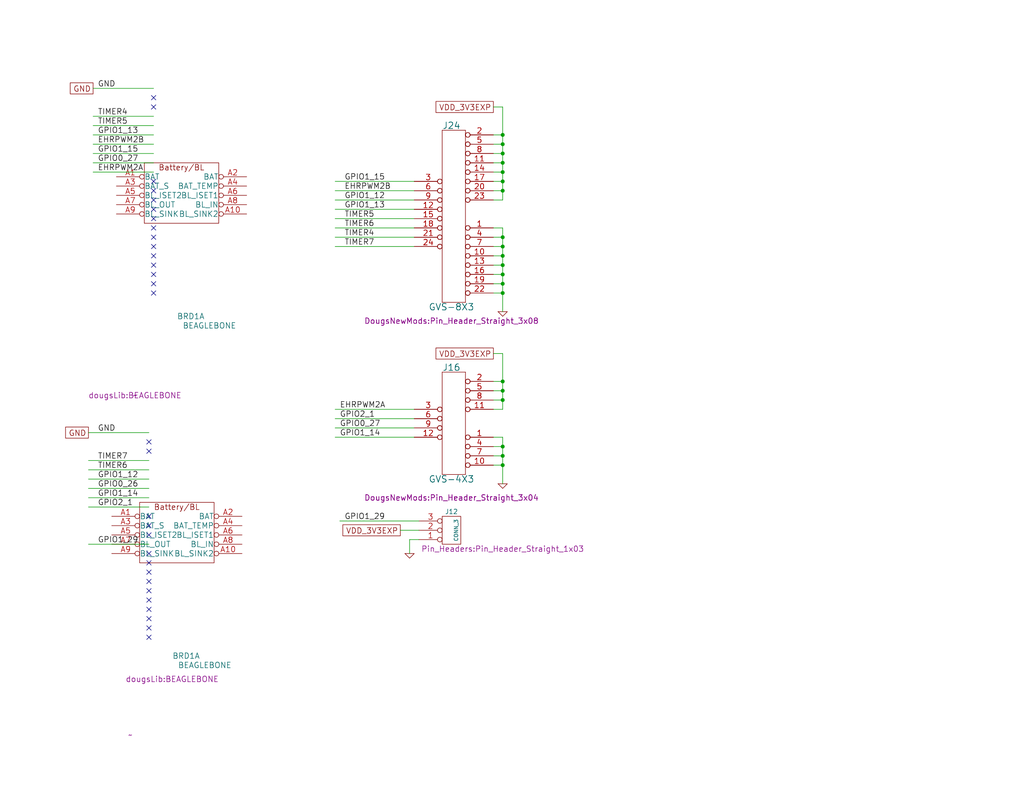
<source format=kicad_sch>
(kicad_sch (version 20211123) (generator eeschema)
  (paper "A")
  (title_block (title "BeagleBone Cape Baseline") (date "24 feb 2015") (rev "X4") (company "Doug Gilliland <doug@douglasgilliland.com>") (comment 1 "https://github.com/douggilliland/"))
  (lib_symbols
    (symbol "BBB-GVS-4-rescue:BEAGLEBONE" (pin_names (offset 0.0254))
      (property "Reference" "U" (at 2.54 -33.02 0))
      (property "Value" "BEAGLEBONE" (at 7.62 -35.56 0))
      (symbol "BEAGLEBONE_1_1"
        (rectangle (start -10.16 8.89) (end 10.16 -7.62))
        (text "Battery/BL" (at 0 7.62 0) (effects (font (size 1.524 1.524))))
        (pin passive inverted (at -17.78 5.08 0) (length 7.62) (name "BAT") (number "A1"))
        (pin passive inverted (at 17.78 -5.08 180) (length 7.62) (name "BL_SINK2") (number "A10"))
        (pin passive inverted (at 17.78 5.08 180) (length 7.62) (name "BAT") (number "A2"))
        (pin passive inverted (at -17.78 2.54 0) (length 7.62) (name "BAT_S") (number "A3"))
        (pin passive inverted (at 17.78 2.54 180) (length 7.62) (name "BAT_TEMP") (number "A4"))
        (pin passive inverted (at -17.78 0 0) (length 7.62) (name "BL_ISET2") (number "A5"))
        (pin passive inverted (at 17.78 0 180) (length 7.62) (name "BL_ISET1") (number "A6"))
        (pin passive inverted (at -17.78 -2.54 0) (length 7.62) (name "BL_OUT") (number "A7"))
        (pin passive inverted (at 17.78 -2.54 180) (length 7.62) (name "BL_IN") (number "A8"))
        (pin passive inverted (at -17.78 -5.08 0) (length 7.62) (name "BL_SINK") (number "A9"))
      )
      (symbol "BEAGLEBONE_2_1"
        (polyline (pts (xy 1.27 30.48) (xy 12.7 30.48)))
        (polyline (pts (xy 1.27 30.48) (xy 0 30.48) (xy 0 -31.75) (xy 12.7 -31.75)))
        (text "P8/A" (at 2.54 31.75 0) (effects (font (size 1.524 1.524))))
        (pin power_out line (at -7.62 29.21 0) (length 7.62) (name "DGND") (number "B1"))
        (pin bidirectional line (at -7.62 16.51 0) (length 7.62) (name "GPIO1_13") (number "B11"))
        (pin bidirectional line (at -7.62 13.97 0) (length 7.62) (name "EHRPWM2B") (number "B13"))
        (pin bidirectional line (at -7.62 11.43 0) (length 7.62) (name "GPIO1_15") (number "B15"))
        (pin bidirectional line (at -7.62 8.89 0) (length 7.62) (name "GPIO0_27") (number "B17"))
        (pin bidirectional line (at -7.62 6.35 0) (length 7.62) (name "EHRPWM2A") (number "B19"))
        (pin bidirectional line (at -7.62 3.81 0) (length 7.62) (name "GPIO1_30") (number "B21"))
        (pin bidirectional line (at -7.62 1.27 0) (length 7.62) (name "GPIO1_4") (number "B23"))
        (pin bidirectional line (at -7.62 -1.27 0) (length 7.62) (name "GPIO1_0") (number "B25"))
        (pin bidirectional line (at -7.62 -3.81 0) (length 7.62) (name "GPIO2_22") (number "B27"))
        (pin bidirectional line (at -7.62 -6.35 0) (length 7.62) (name "GPIO2_23") (number "B29"))
        (pin bidirectional line (at -7.62 26.67 0) (length 7.62) (name "GPIO1_6") (number "B3"))
        (pin bidirectional line (at -7.62 -8.89 0) (length 7.62) (name "UART5_CTSN") (number "B31"))
        (pin bidirectional line (at -7.62 -11.43 0) (length 7.62) (name "UART4_RTSN") (number "B33"))
        (pin bidirectional line (at -7.62 -13.97 0) (length 7.62) (name "UART4_CTSN") (number "B35"))
        (pin bidirectional line (at -7.62 -16.51 0) (length 7.62) (name "UART5_TXD") (number "B37"))
        (pin bidirectional line (at -7.62 -19.05 0) (length 7.62) (name "GPIO2_12") (number "B39"))
        (pin bidirectional line (at -7.62 -21.59 0) (length 7.62) (name "GPIO2_10") (number "B41"))
        (pin bidirectional line (at -7.62 -24.13 0) (length 7.62) (name "GPIO2_8") (number "B43"))
        (pin bidirectional line (at -7.62 -26.67 0) (length 7.62) (name "GPIO2_6") (number "B45"))
        (pin bidirectional line (at -7.62 24.13 0) (length 7.62) (name "GPIO1_2") (number "B5"))
        (pin bidirectional line (at -7.62 21.59 0) (length 7.62) (name "TIMER4") (number "B7"))
        (pin bidirectional line (at -7.62 19.05 0) (length 7.62) (name "TIMER5") (number "B9"))
      )
      (symbol "BEAGLEBONE_3_1"
        (polyline (pts (xy 15.24 -30.48) (xy 0 -30.48) (xy 0 30.48) (xy 15.24 30.48)))
        (text "P8/B" (at 3.81 31.75 0) (effects (font (size 1.524 1.524))))
        (pin bidirectional line (at -7.62 17.78 0) (length 7.62) (name "TIMER6") (number "B10"))
        (pin bidirectional line (at -7.62 15.24 0) (length 7.62) (name "GPIO1_12") (number "B12"))
        (pin bidirectional line (at -7.62 12.7 0) (length 7.62) (name "GPIO0_26") (number "B14"))
        (pin bidirectional line (at -7.62 10.16 0) (length 7.62) (name "GPIO1_14") (number "B16"))
        (pin bidirectional line (at -7.62 7.62 0) (length 7.62) (name "GPIO2_1") (number "B18"))
        (pin power_out line (at -7.62 27.94 0) (length 7.62) (name "DGND") (number "B2"))
        (pin bidirectional line (at -7.62 5.08 0) (length 7.62) (name "GPIO1_31") (number "B20"))
        (pin bidirectional line (at -7.62 2.54 0) (length 7.62) (name "GPIO1_5") (number "B22"))
        (pin bidirectional line (at -7.62 0 0) (length 7.62) (name "GPIO1_1") (number "B24"))
        (pin bidirectional line (at -7.62 -2.54 0) (length 7.62) (name "GPIO1_29") (number "B26"))
        (pin bidirectional line (at -7.62 -5.08 0) (length 7.62) (name "GPIO2_24") (number "B28"))
        (pin bidirectional line (at -7.62 -7.62 0) (length 7.62) (name "GPIO2_25") (number "B30"))
        (pin bidirectional line (at -7.62 -10.16 0) (length 7.62) (name "UART5_RTSN") (number "B32"))
        (pin bidirectional line (at -7.62 -12.7 0) (length 7.62) (name "UART3_RTSN") (number "B34"))
        (pin bidirectional line (at -7.62 -15.24 0) (length 7.62) (name "UART3_CTSN") (number "B36"))
        (pin bidirectional line (at -7.62 -17.78 0) (length 7.62) (name "UART5_RXD") (number "B38"))
        (pin power_out line (at -7.62 25.4 0) (length 7.62) (name "GPIO1_7") (number "B4"))
        (pin bidirectional line (at -7.62 -20.32 0) (length 7.62) (name "GPIO2_13") (number "B40"))
        (pin bidirectional line (at -7.62 -22.86 0) (length 7.62) (name "GPIO2_11") (number "B42"))
        (pin bidirectional line (at -7.62 -25.4 0) (length 7.62) (name "GPIO2_9") (number "B44"))
        (pin bidirectional line (at -7.62 -27.94 0) (length 7.62) (name "GPIO2_7") (number "B46"))
        (pin power_out line (at -7.62 22.86 0) (length 7.62) (name "GPIO1_3") (number "B6"))
        (pin bidirectional line (at -7.62 20.32 0) (length 7.62) (name "TIMER7") (number "B8"))
      )
      (symbol "BEAGLEBONE_4_0"
        (polyline (pts (xy 13.97 -30.48) (xy 0 -30.48) (xy 0 27.94) (xy 0 30.48) (xy 13.97 30.48)))
      )
      (symbol "BEAGLEBONE_4_1"
        (text "P9/A" (at 3.81 29.21 0) (effects (font (size 1.524 1.524))))
        (pin power_in line (at -7.62 27.94 0) (length 7.62) (name "DGND") (number "C1"))
        (pin bidirectional line (at -7.62 15.24 0) (length 7.62) (name "UART4_RXD") (number "C11"))
        (pin bidirectional line (at -7.62 12.7 0) (length 7.62) (name "UART4_TXD") (number "C13"))
        (pin bidirectional line (at -7.62 10.16 0) (length 7.62) (name "GPIO1_16") (number "C15"))
        (pin bidirectional line (at -7.62 7.62 0) (length 7.62) (name "I2C1_SCL") (number "C17"))
        (pin bidirectional line (at -7.62 5.08 0) (length 7.62) (name "I2C2_SCL") (number "C19"))
        (pin bidirectional line (at -7.62 2.54 0) (length 7.62) (name "UART2_TXD") (number "C21"))
        (pin bidirectional line (at -7.62 0 0) (length 7.62) (name "GPIO1_17") (number "C23"))
        (pin bidirectional line (at -7.62 -2.54 0) (length 7.62) (name "GPIO3_21") (number "C25"))
        (pin bidirectional line (at -7.62 -5.08 0) (length 7.62) (name "GPIO3_19") (number "C27"))
        (pin bidirectional line (at -7.62 -7.62 0) (length 7.62) (name "SPI1_D0") (number "C29"))
        (pin power_out line (at -7.62 25.4 0) (length 7.62) (name "VDD_3V3EXP") (number "C3"))
        (pin bidirectional line (at -7.62 -10.16 0) (length 7.62) (name "SPI1_SCLK") (number "C31"))
        (pin bidirectional line (at -7.62 -12.7 0) (length 7.62) (name "AIN4") (number "C33"))
        (pin bidirectional line (at -7.62 -15.24 0) (length 7.62) (name "AIN6") (number "C35"))
        (pin bidirectional line (at -7.62 -17.78 0) (length 7.62) (name "AIN2") (number "C37"))
        (pin bidirectional line (at -7.62 -20.32 0) (length 7.62) (name "AIN0") (number "C39"))
        (pin bidirectional line (at -7.62 -22.86 0) (length 7.62) (name "CLKOUT2") (number "C41"))
        (pin bidirectional line (at -7.62 -25.4 0) (length 7.62) (name "DGND") (number "C43"))
        (pin bidirectional line (at -7.62 -27.94 0) (length 7.62) (name "DGND") (number "C45"))
        (pin power_out line (at -7.62 22.86 0) (length 7.62) (name "VDD_5V") (number "C5"))
        (pin bidirectional line (at -7.62 20.32 0) (length 7.62) (name "SYS_5V") (number "C7"))
        (pin bidirectional line (at -7.62 17.78 0) (length 7.62) (name "PWR_BUT") (number "C9"))
      )
      (symbol "BEAGLEBONE_5_1"
        (polyline (pts (xy 15.24 30.48) (xy 0 30.48) (xy 0 -30.48) (xy 15.24 -30.48)))
        (text "P9/B" (at 3.81 29.21 0) (effects (font (size 1.524 1.524))))
        (pin bidirectional line (at -7.62 17.78 0) (length 7.62) (name "SYS_RESETn") (number "C10"))
        (pin bidirectional line (at -7.62 15.24 0) (length 7.62) (name "GPIO1_28") (number "C12"))
        (pin bidirectional line (at -7.62 12.7 0) (length 7.62) (name "EHRPWM1A") (number "C14"))
        (pin bidirectional line (at -7.62 10.16 0) (length 7.62) (name "EHRPWM1B") (number "C16"))
        (pin bidirectional line (at -7.62 7.62 0) (length 7.62) (name "I2C1_SDA") (number "C18"))
        (pin power_in line (at -7.62 27.94 0) (length 7.62) (name "DGND") (number "C2"))
        (pin bidirectional line (at -7.62 5.08 0) (length 7.62) (name "I2C2_SDA") (number "C20"))
        (pin bidirectional line (at -7.62 2.54 0) (length 7.62) (name "UART2_RXD") (number "C22"))
        (pin bidirectional line (at -7.62 0 0) (length 7.62) (name "UART1_TXD") (number "C24"))
        (pin bidirectional line (at -7.62 -2.54 0) (length 7.62) (name "UART1_RXD") (number "C26"))
        (pin bidirectional line (at -7.62 -5.08 0) (length 7.62) (name "SPI1_CS0") (number "C28"))
        (pin bidirectional line (at -7.62 -7.62 0) (length 7.62) (name "SPI1_D1") (number "C30"))
        (pin power_out line (at -7.62 -10.16 0) (length 7.62) (name "VDD_ADC") (number "C32"))
        (pin power_out line (at -7.62 -12.7 0) (length 7.62) (name "GNDA_ADC") (number "C34"))
        (pin bidirectional line (at -7.62 -15.24 0) (length 7.62) (name "AIN5") (number "C36"))
        (pin bidirectional line (at -7.62 -17.78 0) (length 7.62) (name "AIN3") (number "C38"))
        (pin power_out line (at -7.62 25.4 0) (length 7.62) (name "VDD_3V3EXP") (number "C4"))
        (pin bidirectional line (at -7.62 -20.32 0) (length 7.62) (name "AIN1") (number "C40"))
        (pin power_out line (at -7.62 -22.86 0) (length 7.62) (name "GPIO0_7") (number "C42"))
        (pin bidirectional line (at -7.62 -25.4 0) (length 7.62) (name "DGND") (number "C44"))
        (pin bidirectional line (at -7.62 -27.94 0) (length 7.62) (name "DGND") (number "C46"))
        (pin power_out line (at -7.62 22.86 0) (length 7.62) (name "VDD_5V") (number "C6"))
        (pin bidirectional line (at -7.62 20.32 0) (length 7.62) (name "SYS_5V") (number "C8"))
      )
    )
    (symbol "BBB-GVS-4-rescue:CONN_3" (pin_names (offset 1.016) hide)
      (property "Reference" "K" (at -1.27 0 90))
      (property "Value" "CONN_3" (at 1.27 0 90))
      (symbol "CONN_3_0_1"
        (rectangle (start -2.54 3.81) (end 2.54 -3.81))
      )
      (symbol "CONN_3_1_1"
        (pin passive inverted (at -8.89 2.54 0) (length 6.35) (name "P1") (number "1"))
        (pin passive inverted (at -8.89 0 0) (length 6.35) (name "PM") (number "2"))
        (pin passive inverted (at -8.89 -2.54 0) (length 6.35) (name "P3") (number "3"))
      )
    )
    (symbol "BBB-GVS-4-rescue:GND-RESCUE-BBB-GVS-3" (power) (pin_names (offset 0))
      (symbol "GND-RESCUE-BBB-GVS-3_0_1"
        (polyline (pts (xy -1.27 0) (xy 0 -1.27) (xy 1.27 0) (xy -1.27 0)))
      )
      (symbol "GND-RESCUE-BBB-GVS-3_1_1"
        (pin power_in line (at 0 0 90) (length 0) hide (name "GND") (number "1"))
      )
    )
    (symbol "BBB-GVS-4-rescue:GVS-4X3" (pin_names (offset 1.016) hide)
      (property "Reference" "J" (at 0 15.24 0))
      (property "Value" "GVS-4X3" (at 0 -15.24 0))
      (symbol "GVS-4X3_0_1"
        (polyline (pts (xy -2.54 -13.97) (xy 3.81 -13.97)))
        (polyline (pts (xy -2.54 13.97) (xy -2.54 -13.97)))
        (polyline (pts (xy 3.81 -13.97) (xy 3.81 13.97)))
        (polyline (pts (xy 3.81 13.97) (xy -2.54 13.97)))
      )
      (symbol "GVS-4X3_1_1"
        (pin passive inverted (at 11.43 -3.81 180) (length 7.62) (name "G") (number "1"))
        (pin passive inverted (at 11.43 -11.43 180) (length 7.62) (name "10") (number "10"))
        (pin passive inverted (at 11.43 3.81 180) (length 7.62) (name "11") (number "11"))
        (pin passive inverted (at -10.16 -3.81 0) (length 7.62) (name "12") (number "12"))
        (pin passive inverted (at 11.43 11.43 180) (length 7.62) (name "V") (number "2"))
        (pin passive inverted (at -10.16 3.81 0) (length 7.62) (name "3") (number "3"))
        (pin passive inverted (at 11.43 -6.35 180) (length 7.62) (name "4") (number "4"))
        (pin passive inverted (at 11.43 8.89 180) (length 7.62) (name "5") (number "5"))
        (pin passive inverted (at -10.16 1.27 0) (length 7.62) (name "6") (number "6"))
        (pin passive inverted (at 11.43 -8.89 180) (length 7.62) (name "7") (number "7"))
        (pin passive inverted (at 11.43 6.35 180) (length 7.62) (name "8") (number "8"))
        (pin passive inverted (at -10.16 -1.27 0) (length 7.62) (name "9") (number "9"))
      )
    )
    (symbol "BBB-GVS-4-rescue:GVS-8X3" (pin_names (offset 1.016) hide)
      (property "Reference" "U" (at 1.27 24.13 0))
      (property "Value" "GVS-8X3" (at 1.27 -25.4 0))
      (symbol "GVS-8X3_0_1"
        (polyline (pts (xy -1.27 -24.13) (xy 5.08 -24.13)))
        (polyline (pts (xy -1.27 22.86) (xy -1.27 -24.13)))
        (polyline (pts (xy 5.08 -24.13) (xy 5.08 22.86)))
        (polyline (pts (xy 5.08 22.86) (xy -1.27 22.86)))
      )
      (symbol "GVS-8X3_1_1"
        (pin passive inverted (at 12.7 -3.81 180) (length 7.62) (name "G") (number "1"))
        (pin passive inverted (at 12.7 -11.43 180) (length 7.62) (name "10") (number "10"))
        (pin passive inverted (at 12.7 13.97 180) (length 7.62) (name "11") (number "11"))
        (pin passive inverted (at -8.89 1.27 0) (length 7.62) (name "12") (number "12"))
        (pin passive inverted (at 12.7 -13.97 180) (length 7.62) (name "13") (number "13"))
        (pin passive inverted (at 12.7 11.43 180) (length 7.62) (name "14") (number "14"))
        (pin passive inverted (at -8.89 -1.27 0) (length 7.62) (name "15") (number "15"))
        (pin passive inverted (at 12.7 -16.51 180) (length 7.62) (name "16") (number "16"))
        (pin passive inverted (at 12.7 8.89 180) (length 7.62) (name "17") (number "17"))
        (pin passive inverted (at -8.89 -3.81 0) (length 7.62) (name "18") (number "18"))
        (pin passive inverted (at 12.7 -19.05 180) (length 7.62) (name "19") (number "19"))
        (pin passive inverted (at 12.7 21.59 180) (length 7.62) (name "V") (number "2"))
        (pin passive inverted (at 12.7 6.35 180) (length 7.62) (name "20") (number "20"))
        (pin passive inverted (at -8.89 -6.35 0) (length 7.62) (name "21") (number "21"))
        (pin passive inverted (at 12.7 -21.59 180) (length 7.62) (name "22") (number "22"))
        (pin passive inverted (at 12.7 3.81 180) (length 7.62) (name "23") (number "23"))
        (pin passive inverted (at -8.89 -8.89 0) (length 7.62) (name "24") (number "24"))
        (pin passive inverted (at -8.89 8.89 0) (length 7.62) (name "3") (number "3"))
        (pin passive inverted (at 12.7 -6.35 180) (length 7.62) (name "4") (number "4"))
        (pin passive inverted (at 12.7 19.05 180) (length 7.62) (name "5") (number "5"))
        (pin passive inverted (at -8.89 6.35 0) (length 7.62) (name "6") (number "6"))
        (pin passive inverted (at 12.7 -8.89 180) (length 7.62) (name "7") (number "7"))
        (pin passive inverted (at 12.7 16.51 180) (length 7.62) (name "8") (number "8"))
        (pin passive inverted (at -8.89 3.81 0) (length 7.62) (name "9") (number "9"))
      )
    )
  )
  (junction (at 137.16 121.92))
  (junction (at 137.16 77.47))
  (junction (at 137.16 104.14))
  (junction (at 137.16 52.07))
  (junction (at 137.16 127))
  (junction (at 137.16 67.31))
  (junction (at 137.16 69.85))
  (junction (at 137.16 74.93))
  (junction (at 137.16 39.37))
  (junction (at 137.16 49.53))
  (junction (at 137.16 46.99))
  (junction (at 137.16 106.68))
  (junction (at 137.16 72.39))
  (junction (at 137.16 124.46))
  (junction (at 137.16 80.01))
  (junction (at 137.16 36.83))
  (junction (at 137.16 44.45))
  (junction (at 137.16 41.91))
  (junction (at 137.16 109.22))
  (junction (at 137.16 64.77))
  (no_connect (at 40.64 153.67))
  (no_connect (at 41.91 59.69))
  (no_connect (at 40.64 123.19))
  (no_connect (at 41.91 54.61))
  (no_connect (at 41.91 64.77))
  (no_connect (at 40.64 156.21))
  (no_connect (at 41.91 57.15))
  (no_connect (at 41.91 74.93))
  (no_connect (at 40.64 166.37))
  (no_connect (at 40.64 140.97))
  (no_connect (at 40.64 120.65))
  (no_connect (at 40.64 171.45))
  (no_connect (at 41.91 77.47))
  (no_connect (at 41.91 80.01))
  (no_connect (at 41.91 72.39))
  (no_connect (at 40.64 146.05))
  (no_connect (at 41.91 52.07))
  (no_connect (at 40.64 168.91))
  (no_connect (at 40.64 161.29))
  (no_connect (at 40.64 158.75))
  (no_connect (at 41.91 49.53))
  (no_connect (at 40.64 173.99))
  (no_connect (at 41.91 26.67))
  (no_connect (at 40.64 163.83))
  (no_connect (at 41.91 62.23))
  (no_connect (at 40.64 151.13))
  (no_connect (at 41.91 69.85))
  (no_connect (at 41.91 29.21))
  (no_connect (at 40.64 143.51))
  (no_connect (at 41.91 67.31))
  (wire (pts (xy 134.62 39.37) (xy 137.16 39.37)))
  (wire (pts (xy 137.16 41.91) (xy 137.16 39.37)))
  (wire (pts (xy 41.91 31.75) (xy 25.4 31.75)))
  (wire (pts (xy 134.62 121.92) (xy 137.16 121.92)))
  (wire (pts (xy 114.3 147.32) (xy 111.76 147.32)))
  (wire (pts (xy 113.03 59.69) (xy 91.44 59.69)))
  (wire (pts (xy 137.16 106.68) (xy 137.16 109.22)))
  (wire (pts (xy 137.16 62.23) (xy 137.16 64.77)))
  (wire (pts (xy 134.62 52.07) (xy 137.16 52.07)))
  (wire (pts (xy 113.03 52.07) (xy 91.44 52.07)))
  (wire (pts (xy 137.16 64.77) (xy 137.16 67.31)))
  (wire (pts (xy 113.03 62.23) (xy 91.44 62.23)))
  (wire (pts (xy 134.62 74.93) (xy 137.16 74.93)))
  (wire (pts (xy 137.16 124.46) (xy 137.16 121.92)))
  (wire (pts (xy 137.16 132.08) (xy 137.16 127)))
  (wire (pts (xy 134.62 77.47) (xy 137.16 77.47)))
  (wire (pts (xy 137.16 74.93) (xy 137.16 77.47)))
  (wire (pts (xy 40.64 138.43) (xy 24.13 138.43)))
  (wire (pts (xy 114.3 142.24) (xy 92.71 142.24)))
  (wire (pts (xy 137.16 111.76) (xy 134.62 111.76)))
  (wire (pts (xy 134.62 124.46) (xy 137.16 124.46)))
  (wire (pts (xy 113.03 67.31) (xy 91.44 67.31)))
  (wire (pts (xy 137.16 49.53) (xy 137.16 46.99)))
  (wire (pts (xy 137.16 104.14) (xy 137.16 106.68)))
  (wire (pts (xy 137.16 119.38) (xy 134.62 119.38)))
  (wire (pts (xy 137.16 54.61) (xy 137.16 52.07)))
  (wire (pts (xy 40.64 130.81) (xy 24.13 130.81)))
  (wire (pts (xy 40.64 135.89) (xy 24.13 135.89)))
  (wire (pts (xy 40.64 128.27) (xy 24.13 128.27)))
  (wire (pts (xy 137.16 72.39) (xy 137.16 74.93)))
  (wire (pts (xy 41.91 46.99) (xy 25.4 46.99)))
  (wire (pts (xy 134.62 62.23) (xy 137.16 62.23)))
  (wire (pts (xy 134.62 41.91) (xy 137.16 41.91)))
  (wire (pts (xy 134.62 67.31) (xy 137.16 67.31)))
  (wire (pts (xy 137.16 39.37) (xy 137.16 36.83)))
  (wire (pts (xy 134.62 109.22) (xy 137.16 109.22)))
  (wire (pts (xy 137.16 96.52) (xy 134.62 96.52)))
  (wire (pts (xy 41.91 41.91) (xy 25.4 41.91)))
  (wire (pts (xy 137.16 80.01) (xy 137.16 85.09)))
  (wire (pts (xy 25.4 34.29) (xy 41.91 34.29)))
  (wire (pts (xy 113.03 57.15) (xy 91.44 57.15)))
  (wire (pts (xy 134.62 106.68) (xy 137.16 106.68)))
  (wire (pts (xy 137.16 77.47) (xy 137.16 80.01)))
  (wire (pts (xy 137.16 67.31) (xy 137.16 69.85)))
  (wire (pts (xy 134.62 36.83) (xy 137.16 36.83)))
  (wire (pts (xy 137.16 121.92) (xy 137.16 119.38)))
  (wire (pts (xy 40.64 118.11) (xy 24.13 118.11)))
  (wire (pts (xy 134.62 127) (xy 137.16 127)))
  (wire (pts (xy 134.62 49.53) (xy 137.16 49.53)))
  (wire (pts (xy 40.64 148.59) (xy 24.13 148.59)))
  (wire (pts (xy 137.16 69.85) (xy 137.16 72.39)))
  (wire (pts (xy 134.62 104.14) (xy 137.16 104.14)))
  (wire (pts (xy 41.91 39.37) (xy 25.4 39.37)))
  (wire (pts (xy 137.16 44.45) (xy 137.16 41.91)))
  (wire (pts (xy 134.62 72.39) (xy 137.16 72.39)))
  (wire (pts (xy 113.03 54.61) (xy 91.44 54.61)))
  (wire (pts (xy 41.91 36.83) (xy 25.4 36.83)))
  (wire (pts (xy 137.16 109.22) (xy 137.16 111.76)))
  (wire (pts (xy 113.03 119.38) (xy 91.44 119.38)))
  (wire (pts (xy 134.62 80.01) (xy 137.16 80.01)))
  (wire (pts (xy 137.16 52.07) (xy 137.16 49.53)))
  (wire (pts (xy 113.03 49.53) (xy 91.44 49.53)))
  (wire (pts (xy 134.62 64.77) (xy 137.16 64.77)))
  (wire (pts (xy 137.16 29.21) (xy 134.62 29.21)))
  (wire (pts (xy 111.76 147.32) (xy 111.76 151.13)))
  (wire (pts (xy 134.62 44.45) (xy 137.16 44.45)))
  (wire (pts (xy 137.16 36.83) (xy 137.16 29.21)))
  (wire (pts (xy 40.64 133.35) (xy 24.13 133.35)))
  (wire (pts (xy 41.91 24.13) (xy 25.4 24.13)))
  (wire (pts (xy 113.03 111.76) (xy 91.44 111.76)))
  (wire (pts (xy 137.16 96.52) (xy 137.16 104.14)))
  (wire (pts (xy 40.64 125.73) (xy 24.13 125.73)))
  (wire (pts (xy 137.16 127) (xy 137.16 124.46)))
  (wire (pts (xy 109.22 144.78) (xy 114.3 144.78)))
  (wire (pts (xy 134.62 54.61) (xy 137.16 54.61)))
  (wire (pts (xy 137.16 46.99) (xy 137.16 44.45)))
  (wire (pts (xy 41.91 44.45) (xy 25.4 44.45)))
  (wire (pts (xy 113.03 64.77) (xy 91.44 64.77)))
  (wire (pts (xy 134.62 46.99) (xy 137.16 46.99)))
  (wire (pts (xy 113.03 114.3) (xy 91.44 114.3)))
  (wire (pts (xy 134.62 69.85) (xy 137.16 69.85)))
  (wire (pts (xy 113.03 116.84) (xy 91.44 116.84)))
  (label "GPIO0_27" (at 26.67 44.45 0) (effects (font (size 1.524 1.524))))
  (label "GPIO1_29" (at 26.67 148.59 0) (effects (font (size 1.524 1.524))))
  (label "GPIO0_27" (at 92.71 116.84 0) (effects (font (size 1.524 1.524))))
  (label "TIMER4" (at 93.98 64.77 0) (effects (font (size 1.524 1.524))))
  (label "GPIO2_1" (at 92.71 114.3 0) (effects (font (size 1.524 1.524))))
  (label "TIMER4" (at 26.67 31.75 0) (effects (font (size 1.524 1.524))))
  (label "GPIO1_14" (at 92.71 119.38 0) (effects (font (size 1.524 1.524))))
  (label "TIMER7" (at 93.98 67.31 0) (effects (font (size 1.524 1.524))))
  (label "GPIO1_13" (at 93.98 57.15 0) (effects (font (size 1.524 1.524))))
  (label "GPIO1_13" (at 26.67 36.83 0) (effects (font (size 1.524 1.524))))
  (label "TIMER6" (at 93.98 62.23 0) (effects (font (size 1.524 1.524))))
  (label "TIMER7" (at 26.67 125.73 0) (effects (font (size 1.524 1.524))))
  (label "GPIO1_15" (at 93.98 49.53 0) (effects (font (size 1.524 1.524))))
  (label "GPIO1_29" (at 93.98 142.24 0) (effects (font (size 1.524 1.524))))
  (label "GPIO1_14" (at 26.67 135.89 0) (effects (font (size 1.524 1.524))))
  (label "EHRPWM2B" (at 26.67 39.37 0) (effects (font (size 1.524 1.524))))
  (label "GPIO1_12" (at 26.67 130.81 0) (effects (font (size 1.524 1.524))))
  (label "GPIO2_1" (at 26.67 138.43 0) (effects (font (size 1.524 1.524))))
  (label "GND" (at 26.67 24.13 0) (effects (font (size 1.524 1.524))))
  (label "GND" (at 26.67 118.11 0) (effects (font (size 1.524 1.524))))
  (label "GPIO1_15" (at 26.67 41.91 0) (effects (font (size 1.524 1.524))))
  (label "EHRPWM2A" (at 92.71 111.76 0) (effects (font (size 1.524 1.524))))
  (label "TIMER5" (at 26.67 34.29 0) (effects (font (size 1.524 1.524))))
  (label "TIMER6" (at 26.67 128.27 0) (effects (font (size 1.524 1.524))))
  (label "EHRPWM2B" (at 93.98 52.07 0) (effects (font (size 1.524 1.524))))
  (label "GPIO0_26" (at 26.67 133.35 0) (effects (font (size 1.524 1.524))))
  (label "GPIO1_12" (at 93.98 54.61 0) (effects (font (size 1.524 1.524))))
  (label "TIMER5" (at 93.98 59.69 0) (effects (font (size 1.524 1.524))))
  (label "EHRPWM2A" (at 26.67 46.99 0) (effects (font (size 1.524 1.524))))
  (global_label "GND" (shape passive) (at 24.13 118.11 180) (effects (font (size 1.524 1.524))) (property "Intersheet References" "${INTERSHEET_REFS}" (effects hide)))
  (global_label "VDD_3V3EXP" (shape passive) (at 109.22 144.78 180) (effects (font (size 1.524 1.524))) (property "Intersheet References" "${INTERSHEET_REFS}" (effects hide)))
  (global_label "VDD_3V3EXP" (shape passive) (at 134.62 29.21 180) (effects (font (size 1.524 1.524))) (property "Intersheet References" "${INTERSHEET_REFS}" (effects hide)))
  (global_label "VDD_3V3EXP" (shape passive) (at 134.62 96.52 180) (effects (font (size 1.524 1.524))) (property "Intersheet References" "${INTERSHEET_REFS}" (effects hide)))
  (global_label "GND" (shape passive) (at 25.4 24.13 180) (effects (font (size 1.524 1.524))) (property "Intersheet References" "${INTERSHEET_REFS}" (effects hide)))
  (symbol (lib_id "BBB-GVS-4-rescue:BEAGLEBONE") (at 49.53 53.34 0)
    (property "Reference" "BRD1" (at 52.07 86.36 0) (effects (font (size 1.524 1.524))))
    (property "Value" "BEAGLEBONE" (at 57.15 88.9 0) (effects (font (size 1.524 1.524))))
    (property "Footprint" "dougsLib:BEAGLEBONE" (at 36.83 107.95 0) (effects (font (size 1.524 1.524))))
    (property "Datasheet" "~" (at 36.83 107.95 0) (effects (font (size 1.524 1.524))))
  )
  (symbol (lib_id "BBB-GVS-4-rescue:BEAGLEBONE") (at 48.26 146.05 0)
    (property "Reference" "BRD1" (at 50.8 179.07 0) (effects (font (size 1.524 1.524))))
    (property "Value" "BEAGLEBONE" (at 55.88 181.61 0) (effects (font (size 1.524 1.524))))
    (property "Footprint" "dougsLib:BEAGLEBONE" (at 46.99 185.42 0) (effects (font (size 1.524 1.524))))
    (property "Datasheet" "~" (at 35.56 200.66 0) (effects (font (size 1.524 1.524))))
  )
  (symbol (lib_id "BBB-GVS-4-rescue:CONN_3") (at 123.19 144.78 0) (mirror x) (unit 1)
    (property "Reference" "J12" (at 123.19 139.7 0))
    (property "Value" "CONN_3" (at 124.46 144.78 90) (effects (font (size 1.016 1.016))))
    (property "Footprint" "Pin_Headers:Pin_Header_Straight_1x03" (at 137.16 149.86 0) (effects (font (size 1.524 1.524))))
  )
  (symbol (lib_id "BBB-GVS-4-rescue:GND-RESCUE-BBB-GVS-3") (at 111.76 151.13 0) (unit 1)
    (property "Reference" "#PWR04" (effects hide))
    (property "Value" "GND" (effects hide))
  )
  (symbol (lib_id "BBB-GVS-4-rescue:GVS-8X3") (at 121.92 58.42 0) (unit 1)
    (property "Reference" "J24" (at 123.19 34.29 0) (effects (font (size 1.778 1.778))))
    (property "Value" "GVS-8X3" (at 123.19 83.82 0) (effects (font (size 1.778 1.778))))
    (property "Footprint" "DougsNewMods:Pin_Header_Straight_3x08" (at 123.19 87.63 0) (effects (font (size 1.524 1.524))))
  )
  (symbol (lib_id "BBB-GVS-4-rescue:GND-RESCUE-BBB-GVS-3") (at 137.16 85.09 0) (unit 1)
    (property "Reference" "#PWR05" (effects hide))
    (property "Value" "GND" (effects hide))
  )
  (symbol (lib_id "BBB-GVS-4-rescue:GVS-4X3") (at 123.19 115.57 0) (unit 1)
    (property "Reference" "J16" (at 123.19 100.33 0) (effects (font (size 1.778 1.778))))
    (property "Value" "GVS-4X3" (at 123.19 130.81 0) (effects (font (size 1.778 1.778))))
    (property "Footprint" "DougsNewMods:Pin_Header_Straight_3x04" (at 123.19 135.89 0) (effects (font (size 1.524 1.524))))
  )
  (symbol (lib_id "BBB-GVS-4-rescue:GND-RESCUE-BBB-GVS-3") (at 137.16 132.08 0) (unit 1)
    (property "Reference" "#PWR06" (effects hide))
    (property "Value" "GND" (effects hide))
  )
)
</source>
